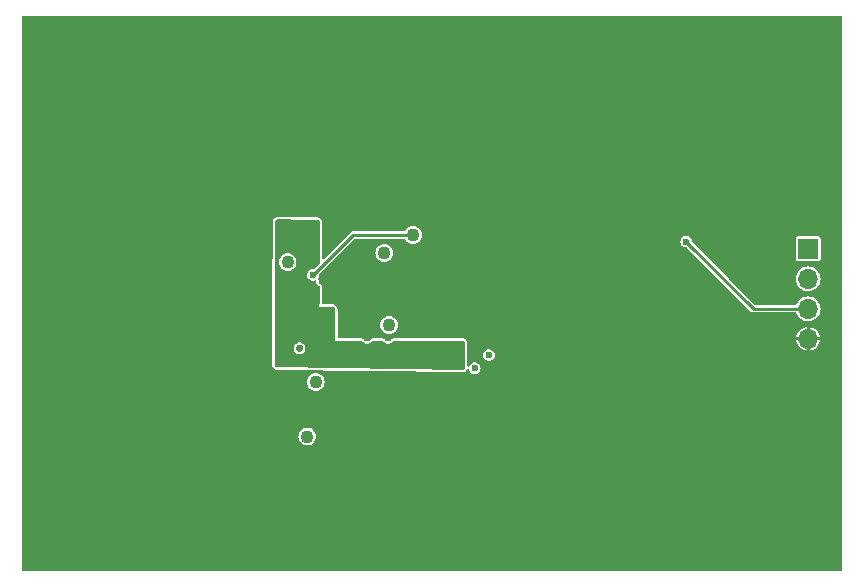
<source format=gbr>
%TF.GenerationSoftware,KiCad,Pcbnew,8.0.4*%
%TF.CreationDate,2024-08-14T23:05:24-07:00*%
%TF.ProjectId,SleepyWoof,536c6565-7079-4576-9f6f-662e6b696361,rev?*%
%TF.SameCoordinates,Original*%
%TF.FileFunction,Copper,L2,Bot*%
%TF.FilePolarity,Positive*%
%FSLAX46Y46*%
G04 Gerber Fmt 4.6, Leading zero omitted, Abs format (unit mm)*
G04 Created by KiCad (PCBNEW 8.0.4) date 2024-08-14 23:05:24*
%MOMM*%
%LPD*%
G01*
G04 APERTURE LIST*
%TA.AperFunction,TestPad*%
%ADD10C,1.100000*%
%TD*%
%TA.AperFunction,ComponentPad*%
%ADD11R,1.700000X1.700000*%
%TD*%
%TA.AperFunction,ComponentPad*%
%ADD12O,1.700000X1.700000*%
%TD*%
%TA.AperFunction,ViaPad*%
%ADD13C,0.600000*%
%TD*%
%TA.AperFunction,Conductor*%
%ADD14C,0.228600*%
%TD*%
G04 APERTURE END LIST*
D10*
%TO.P,TP5,1,1*%
%TO.N,Net-(U1D-+)*%
X168405000Y-99135000D03*
%TD*%
%TO.P,TP6,1,1*%
%TO.N,WDT_OUT*%
X179017500Y-96835000D03*
%TD*%
D11*
%TO.P,J1,1,Pin_1*%
%TO.N,VBATT*%
X212480000Y-98000000D03*
D12*
%TO.P,J1,2,Pin_2*%
%TO.N,PET_WDT*%
X212480000Y-100540000D03*
%TO.P,J1,3,Pin_3*%
%TO.N,WDT_OUT*%
X212480000Y-103080000D03*
%TO.P,J1,4,Pin_4*%
%TO.N,GND*%
X212480000Y-105620000D03*
%TD*%
D10*
%TO.P,TP3,1,1*%
%TO.N,Net-(U1B-+)*%
X177005000Y-104460000D03*
%TD*%
%TO.P,TP2,1,1*%
%TO.N,PET_WDT*%
X170080000Y-113897500D03*
%TD*%
%TO.P,TP4,1,1*%
%TO.N,Net-(U1C--)*%
X176605000Y-98360000D03*
%TD*%
%TO.P,TP1,1,1*%
%TO.N,/WDT-VIN*%
X170780000Y-109280000D03*
%TD*%
D13*
%TO.N,GND*%
X171450000Y-94742000D03*
X176920000Y-105544000D03*
X174498000Y-115443000D03*
X172950000Y-101690000D03*
X179324000Y-115443000D03*
X163840000Y-104810000D03*
X184150000Y-115443000D03*
X163800000Y-102980000D03*
X173872000Y-101480000D03*
X163780000Y-101220000D03*
X179578000Y-99695000D03*
X171332000Y-100718000D03*
X165887400Y-112369600D03*
X163730000Y-99480000D03*
X172033727Y-100334998D03*
X169418000Y-106426000D03*
X173786800Y-103454200D03*
X175142000Y-105544000D03*
X181102000Y-99695000D03*
X165785800Y-113842800D03*
X178308000Y-102743000D03*
X169554000Y-109608000D03*
%TO.N,/WDT-VIN*%
X185450000Y-107000000D03*
X170498733Y-106234733D03*
X178860000Y-107100000D03*
X170670000Y-96285000D03*
X184240000Y-108130000D03*
X168410000Y-103250000D03*
X177540000Y-107710000D03*
X171678647Y-103638127D03*
%TO.N,WDT_OUT*%
X170570000Y-100210000D03*
X202170000Y-97390000D03*
%TD*%
D14*
%TO.N,WDT_OUT*%
X170570000Y-100210000D02*
X173945000Y-96835000D01*
X173945000Y-96835000D02*
X179017500Y-96835000D01*
X202170000Y-97390000D02*
X207860000Y-103080000D01*
X207860000Y-103080000D02*
X212480000Y-103080000D01*
%TD*%
%TA.AperFunction,Conductor*%
%TO.N,GND*%
G36*
X169470791Y-106134046D02*
G01*
X169531432Y-106151851D01*
X169550895Y-106160739D01*
X169604076Y-106194916D01*
X169620249Y-106208931D01*
X169661640Y-106256699D01*
X169673212Y-106274705D01*
X169699469Y-106332200D01*
X169705500Y-106352737D01*
X169714495Y-106415297D01*
X169714495Y-106436701D01*
X169705500Y-106499263D01*
X169699469Y-106519800D01*
X169673213Y-106577293D01*
X169661641Y-106595300D01*
X169620251Y-106643065D01*
X169604076Y-106657081D01*
X169550900Y-106691256D01*
X169531430Y-106700148D01*
X169501109Y-106709051D01*
X169470786Y-106717954D01*
X169449602Y-106721000D01*
X169386397Y-106721000D01*
X169365211Y-106717954D01*
X169304569Y-106700148D01*
X169285098Y-106691256D01*
X169231923Y-106657082D01*
X169215748Y-106643066D01*
X169174359Y-106595301D01*
X169162787Y-106577295D01*
X169150586Y-106550580D01*
X169136527Y-106519796D01*
X169130497Y-106499259D01*
X169124493Y-106457500D01*
X169121503Y-106436700D01*
X169121503Y-106415306D01*
X169130500Y-106352730D01*
X169136530Y-106332198D01*
X169162788Y-106274700D01*
X169174357Y-106256699D01*
X169215751Y-106208928D01*
X169231920Y-106194917D01*
X169285101Y-106160739D01*
X169304569Y-106151849D01*
X169327076Y-106145241D01*
X169365209Y-106134046D01*
X169386393Y-106131000D01*
X169449606Y-106131000D01*
X169470791Y-106134046D01*
G37*
%TD.AperFunction*%
%TA.AperFunction,Conductor*%
G36*
X215362638Y-78278093D02*
G01*
X215388358Y-78322642D01*
X215389500Y-78335700D01*
X215389500Y-125184300D01*
X215371907Y-125232638D01*
X215327358Y-125258358D01*
X215314300Y-125259500D01*
X145991700Y-125259500D01*
X145943362Y-125241907D01*
X145917642Y-125197358D01*
X145916500Y-125184300D01*
X145916500Y-113897499D01*
X169324751Y-113897499D01*
X169324751Y-113897500D01*
X169343686Y-114065556D01*
X169343688Y-114065564D01*
X169396067Y-114215253D01*
X169399544Y-114225190D01*
X169469293Y-114336195D01*
X169489524Y-114368392D01*
X169609107Y-114487975D01*
X169609109Y-114487976D01*
X169609110Y-114487977D01*
X169752310Y-114577956D01*
X169911941Y-114633813D01*
X170023980Y-114646437D01*
X170079999Y-114652749D01*
X170080000Y-114652749D01*
X170080001Y-114652749D01*
X170122014Y-114648015D01*
X170248059Y-114633813D01*
X170407690Y-114577956D01*
X170550890Y-114487977D01*
X170670477Y-114368390D01*
X170760456Y-114225190D01*
X170816313Y-114065559D01*
X170835249Y-113897500D01*
X170816313Y-113729441D01*
X170760456Y-113569810D01*
X170670477Y-113426610D01*
X170670476Y-113426609D01*
X170670475Y-113426607D01*
X170550892Y-113307024D01*
X170518695Y-113286793D01*
X170407690Y-113217044D01*
X170397753Y-113213567D01*
X170248064Y-113161188D01*
X170248056Y-113161186D01*
X170080001Y-113142251D01*
X170079999Y-113142251D01*
X169911943Y-113161186D01*
X169911935Y-113161188D01*
X169752312Y-113217043D01*
X169609107Y-113307024D01*
X169489524Y-113426607D01*
X169399543Y-113569812D01*
X169343688Y-113729435D01*
X169343686Y-113729443D01*
X169324751Y-113897499D01*
X145916500Y-113897499D01*
X145916500Y-109279999D01*
X170024751Y-109279999D01*
X170024751Y-109280000D01*
X170043686Y-109448056D01*
X170043688Y-109448064D01*
X170096067Y-109597753D01*
X170099544Y-109607690D01*
X170169293Y-109718695D01*
X170189524Y-109750892D01*
X170309107Y-109870475D01*
X170309109Y-109870476D01*
X170309110Y-109870477D01*
X170452310Y-109960456D01*
X170611941Y-110016313D01*
X170723980Y-110028937D01*
X170779999Y-110035249D01*
X170780000Y-110035249D01*
X170780001Y-110035249D01*
X170822014Y-110030515D01*
X170948059Y-110016313D01*
X171107690Y-109960456D01*
X171250890Y-109870477D01*
X171370477Y-109750890D01*
X171460456Y-109607690D01*
X171516313Y-109448059D01*
X171535249Y-109280000D01*
X171516313Y-109111941D01*
X171460456Y-108952310D01*
X171370477Y-108809110D01*
X171370476Y-108809109D01*
X171370475Y-108809107D01*
X171250892Y-108689524D01*
X171218695Y-108669293D01*
X171107690Y-108599544D01*
X171097753Y-108596067D01*
X170948064Y-108543688D01*
X170948056Y-108543686D01*
X170780001Y-108524751D01*
X170779999Y-108524751D01*
X170611943Y-108543686D01*
X170611935Y-108543688D01*
X170452312Y-108599543D01*
X170309107Y-108689524D01*
X170189524Y-108809107D01*
X170099543Y-108952312D01*
X170043688Y-109111935D01*
X170043686Y-109111943D01*
X170024751Y-109279999D01*
X145916500Y-109279999D01*
X145916500Y-107832792D01*
X167095325Y-107832792D01*
X167096959Y-107859498D01*
X167096959Y-107859502D01*
X167099000Y-107875581D01*
X167099003Y-107875600D01*
X167104073Y-107901783D01*
X167104077Y-107901801D01*
X167104079Y-107901809D01*
X167123882Y-107977374D01*
X167143984Y-108026778D01*
X167159873Y-108054750D01*
X167192015Y-108097319D01*
X167224144Y-108130000D01*
X167240848Y-108146991D01*
X167258278Y-108160623D01*
X167282863Y-108179852D01*
X167310562Y-108196216D01*
X167340160Y-108208851D01*
X167359619Y-108217158D01*
X167359620Y-108217158D01*
X167359622Y-108217159D01*
X167434840Y-108238244D01*
X167460981Y-108243768D01*
X167461003Y-108243771D01*
X167461013Y-108243773D01*
X167477014Y-108246080D01*
X167477025Y-108246081D01*
X167477037Y-108246083D01*
X167503688Y-108248169D01*
X183218436Y-108452763D01*
X183238773Y-108452020D01*
X183251084Y-108450958D01*
X183271224Y-108448211D01*
X183330147Y-108437184D01*
X183369148Y-108425799D01*
X183384831Y-108419479D01*
X183391944Y-108416614D01*
X183391948Y-108416611D01*
X183391958Y-108416608D01*
X183427957Y-108397773D01*
X183472768Y-108368346D01*
X183504350Y-108342804D01*
X183521848Y-108325527D01*
X183547798Y-108294260D01*
X183577790Y-108249823D01*
X183597081Y-108214058D01*
X183603151Y-108199523D01*
X183638012Y-108161700D01*
X183689031Y-108155134D01*
X183732335Y-108182899D01*
X183746977Y-108217802D01*
X183754835Y-108272459D01*
X183814622Y-108403372D01*
X183814624Y-108403375D01*
X183857418Y-108452762D01*
X183908872Y-108512143D01*
X184029947Y-108589953D01*
X184168039Y-108630500D01*
X184168042Y-108630500D01*
X184311958Y-108630500D01*
X184311961Y-108630500D01*
X184450053Y-108589953D01*
X184571128Y-108512143D01*
X184665377Y-108403373D01*
X184725165Y-108272457D01*
X184745647Y-108130000D01*
X184725165Y-107987543D01*
X184717768Y-107971347D01*
X184665377Y-107856627D01*
X184665375Y-107856624D01*
X184571127Y-107747856D01*
X184571125Y-107747855D01*
X184450051Y-107670046D01*
X184450052Y-107670046D01*
X184311963Y-107629500D01*
X184311961Y-107629500D01*
X184168039Y-107629500D01*
X184168036Y-107629500D01*
X184029948Y-107670046D01*
X183908874Y-107747855D01*
X183908872Y-107747856D01*
X183814624Y-107856624D01*
X183814622Y-107856627D01*
X183778973Y-107934687D01*
X183742889Y-107971347D01*
X183691682Y-107976237D01*
X183649312Y-107947067D01*
X183635369Y-107903476D01*
X183635032Y-107000000D01*
X184944353Y-107000000D01*
X184964835Y-107142459D01*
X185024622Y-107273372D01*
X185024624Y-107273375D01*
X185118872Y-107382143D01*
X185239947Y-107459953D01*
X185378039Y-107500500D01*
X185378042Y-107500500D01*
X185521958Y-107500500D01*
X185521961Y-107500500D01*
X185660053Y-107459953D01*
X185781128Y-107382143D01*
X185875377Y-107273373D01*
X185935165Y-107142457D01*
X185955647Y-107000000D01*
X185935165Y-106857543D01*
X185875377Y-106726627D01*
X185875375Y-106726624D01*
X185781127Y-106617856D01*
X185781125Y-106617855D01*
X185746030Y-106595301D01*
X185660053Y-106540047D01*
X185660052Y-106540046D01*
X185521963Y-106499500D01*
X185521961Y-106499500D01*
X185378039Y-106499500D01*
X185378036Y-106499500D01*
X185239948Y-106540046D01*
X185118874Y-106617855D01*
X185118872Y-106617856D01*
X185024624Y-106726624D01*
X185024622Y-106726627D01*
X184964835Y-106857540D01*
X184944353Y-107000000D01*
X183635032Y-107000000D01*
X183634652Y-105983958D01*
X183633655Y-105963820D01*
X183632450Y-105951630D01*
X183629486Y-105931690D01*
X183617873Y-105873404D01*
X183606500Y-105835954D01*
X183606172Y-105834873D01*
X183596834Y-105812347D01*
X183596828Y-105812333D01*
X183577849Y-105776845D01*
X183577844Y-105776838D01*
X183577842Y-105776834D01*
X183548299Y-105732640D01*
X183531576Y-105712271D01*
X183522749Y-105701519D01*
X183522745Y-105701515D01*
X183522741Y-105701510D01*
X183505502Y-105684277D01*
X183498368Y-105678424D01*
X183480403Y-105663684D01*
X183474375Y-105658738D01*
X183430172Y-105629207D01*
X183430169Y-105629205D01*
X183430161Y-105629200D01*
X183394665Y-105610229D01*
X183394647Y-105610220D01*
X183372140Y-105600897D01*
X183333590Y-105589203D01*
X183333581Y-105589200D01*
X183275300Y-105577607D01*
X183275273Y-105577602D01*
X183255362Y-105574648D01*
X183255354Y-105574647D01*
X183255346Y-105574646D01*
X183249154Y-105574035D01*
X183243162Y-105573445D01*
X183243142Y-105573444D01*
X183223062Y-105572456D01*
X183223022Y-105572455D01*
X177840924Y-105572057D01*
X177403762Y-105572024D01*
X177403761Y-105572024D01*
X177403757Y-105572024D01*
X177383470Y-105573839D01*
X177367237Y-105575292D01*
X177367229Y-105575293D01*
X177345396Y-105579234D01*
X177320951Y-105585210D01*
X177320949Y-105585211D01*
X177241839Y-105631081D01*
X177241826Y-105631090D01*
X177205822Y-105664620D01*
X177122251Y-105761065D01*
X177106076Y-105775081D01*
X177052900Y-105809256D01*
X177033430Y-105818148D01*
X177003109Y-105827051D01*
X176972786Y-105835954D01*
X176951602Y-105839000D01*
X176888398Y-105839000D01*
X176867211Y-105835954D01*
X176863502Y-105834865D01*
X176846024Y-105829732D01*
X176806565Y-105818146D01*
X176787096Y-105809254D01*
X176733926Y-105775084D01*
X176717749Y-105761067D01*
X176664770Y-105699926D01*
X176664766Y-105699922D01*
X176663847Y-105698862D01*
X176658894Y-105692487D01*
X176649243Y-105678586D01*
X176649234Y-105678574D01*
X176649227Y-105678564D01*
X176633662Y-105658839D01*
X176559078Y-105605910D01*
X176518752Y-105589203D01*
X176514888Y-105587602D01*
X176514884Y-105587600D01*
X176436247Y-105571952D01*
X176392909Y-105571949D01*
X176392901Y-105571949D01*
X176392898Y-105571949D01*
X176392897Y-105571949D01*
X175625820Y-105571892D01*
X175625819Y-105571892D01*
X175625818Y-105571892D01*
X175625815Y-105571892D01*
X175589306Y-105575158D01*
X175567461Y-105579100D01*
X175567453Y-105579101D01*
X175567447Y-105579103D01*
X175543035Y-105585070D01*
X175463915Y-105630937D01*
X175428158Y-105664232D01*
X175344251Y-105761065D01*
X175328076Y-105775081D01*
X175274900Y-105809256D01*
X175255430Y-105818148D01*
X175225109Y-105827051D01*
X175194786Y-105835954D01*
X175173602Y-105839000D01*
X175110398Y-105839000D01*
X175089211Y-105835954D01*
X175085502Y-105834865D01*
X175068024Y-105829732D01*
X175028565Y-105818146D01*
X175009097Y-105809255D01*
X174955922Y-105775081D01*
X174939751Y-105761069D01*
X174897468Y-105712272D01*
X174897467Y-105712271D01*
X174896588Y-105711256D01*
X174888142Y-105701510D01*
X174885983Y-105699018D01*
X174881045Y-105692661D01*
X174871169Y-105678436D01*
X174871160Y-105678424D01*
X174855603Y-105658709D01*
X174781020Y-105605780D01*
X174781013Y-105605776D01*
X174736829Y-105587471D01*
X174736825Y-105587469D01*
X174658183Y-105571820D01*
X174658184Y-105571820D01*
X172710694Y-105571676D01*
X172662358Y-105554079D01*
X172636641Y-105509529D01*
X172635500Y-105496476D01*
X172635500Y-105494999D01*
X211485061Y-105494999D01*
X211485061Y-105495000D01*
X211995856Y-105495000D01*
X211980000Y-105554174D01*
X211980000Y-105685826D01*
X211995856Y-105745000D01*
X211485061Y-105745000D01*
X211492103Y-105816501D01*
X211492103Y-105816503D01*
X211549419Y-106005451D01*
X211549424Y-106005463D01*
X211642499Y-106179593D01*
X211642503Y-106179599D01*
X211767766Y-106332233D01*
X211920400Y-106457496D01*
X211920406Y-106457500D01*
X212094536Y-106550575D01*
X212094548Y-106550580D01*
X212283497Y-106607896D01*
X212355000Y-106614938D01*
X212355000Y-106104144D01*
X212414174Y-106120000D01*
X212545826Y-106120000D01*
X212605000Y-106104144D01*
X212605000Y-106614937D01*
X212676502Y-106607896D01*
X212865451Y-106550580D01*
X212865463Y-106550575D01*
X213039593Y-106457500D01*
X213039599Y-106457496D01*
X213192233Y-106332233D01*
X213317496Y-106179599D01*
X213317500Y-106179593D01*
X213410575Y-106005463D01*
X213410580Y-106005451D01*
X213467896Y-105816503D01*
X213467896Y-105816501D01*
X213474938Y-105745000D01*
X212964144Y-105745000D01*
X212980000Y-105685826D01*
X212980000Y-105554174D01*
X212964144Y-105495000D01*
X213474939Y-105495000D01*
X213474938Y-105494999D01*
X213467896Y-105423498D01*
X213467896Y-105423496D01*
X213410580Y-105234548D01*
X213410575Y-105234536D01*
X213317500Y-105060406D01*
X213317496Y-105060400D01*
X213192233Y-104907766D01*
X213039599Y-104782503D01*
X213039593Y-104782499D01*
X212865463Y-104689424D01*
X212865451Y-104689419D01*
X212676502Y-104632103D01*
X212605000Y-104625061D01*
X212605000Y-105135855D01*
X212545826Y-105120000D01*
X212414174Y-105120000D01*
X212355000Y-105135855D01*
X212355000Y-104625061D01*
X212354999Y-104625061D01*
X212283498Y-104632103D01*
X212283496Y-104632103D01*
X212094548Y-104689419D01*
X212094536Y-104689424D01*
X211920406Y-104782499D01*
X211920400Y-104782503D01*
X211767766Y-104907766D01*
X211642503Y-105060400D01*
X211642499Y-105060406D01*
X211549424Y-105234536D01*
X211549419Y-105234548D01*
X211492103Y-105423496D01*
X211492103Y-105423498D01*
X211485061Y-105494999D01*
X172635500Y-105494999D01*
X172635500Y-104459999D01*
X176249751Y-104459999D01*
X176249751Y-104460000D01*
X176268686Y-104628056D01*
X176268688Y-104628064D01*
X176290159Y-104689424D01*
X176324544Y-104787690D01*
X176394293Y-104898695D01*
X176414524Y-104930892D01*
X176534107Y-105050475D01*
X176534109Y-105050476D01*
X176534110Y-105050477D01*
X176677310Y-105140456D01*
X176836941Y-105196313D01*
X176948980Y-105208937D01*
X177004999Y-105215249D01*
X177005000Y-105215249D01*
X177005001Y-105215249D01*
X177047014Y-105210515D01*
X177173059Y-105196313D01*
X177332690Y-105140456D01*
X177475890Y-105050477D01*
X177595477Y-104930890D01*
X177685456Y-104787690D01*
X177741313Y-104628059D01*
X177760249Y-104460000D01*
X177741313Y-104291941D01*
X177685456Y-104132310D01*
X177595477Y-103989110D01*
X177595476Y-103989109D01*
X177595475Y-103989107D01*
X177475892Y-103869524D01*
X177407276Y-103826410D01*
X177332690Y-103779544D01*
X177322753Y-103776067D01*
X177173064Y-103723688D01*
X177173056Y-103723686D01*
X177005001Y-103704751D01*
X177004999Y-103704751D01*
X176836943Y-103723686D01*
X176836935Y-103723688D01*
X176677312Y-103779543D01*
X176534107Y-103869524D01*
X176414524Y-103989107D01*
X176324543Y-104132312D01*
X176268688Y-104291935D01*
X176268686Y-104291943D01*
X176249751Y-104459999D01*
X172635500Y-104459999D01*
X172635500Y-103125139D01*
X172635289Y-103121901D01*
X172633776Y-103098575D01*
X172631687Y-103082551D01*
X172626542Y-103056431D01*
X172606589Y-102981206D01*
X172586440Y-102932038D01*
X172570556Y-102904204D01*
X172570555Y-102904202D01*
X172547730Y-102874066D01*
X172538480Y-102861852D01*
X172538476Y-102861848D01*
X172538472Y-102861843D01*
X172489785Y-102812413D01*
X172489775Y-102812404D01*
X172447917Y-102779694D01*
X172447915Y-102779692D01*
X172420332Y-102763394D01*
X172420324Y-102763390D01*
X172371485Y-102742506D01*
X172371468Y-102742500D01*
X172296564Y-102721413D01*
X172296530Y-102721405D01*
X172270548Y-102715878D01*
X172270515Y-102715872D01*
X172254564Y-102713545D01*
X172254543Y-102713543D01*
X172228021Y-102711416D01*
X172227986Y-102711415D01*
X171391069Y-102698735D01*
X171343003Y-102680412D01*
X171317961Y-102635479D01*
X171317009Y-102623135D01*
X171317678Y-102500189D01*
X171324690Y-101211775D01*
X171323575Y-101189248D01*
X171322149Y-101175631D01*
X171322148Y-101175620D01*
X171320702Y-101164664D01*
X171286564Y-101079818D01*
X171259282Y-101040527D01*
X171201586Y-100984855D01*
X171145919Y-100949079D01*
X171129751Y-100935069D01*
X171088356Y-100887298D01*
X171076787Y-100869295D01*
X171050528Y-100811797D01*
X171044497Y-100791258D01*
X171037981Y-100745934D01*
X171031522Y-100701005D01*
X171028915Y-100686554D01*
X171027019Y-100677841D01*
X171026330Y-100674789D01*
X170986230Y-100592592D01*
X170984468Y-100590405D01*
X170984035Y-100589137D01*
X170983964Y-100589026D01*
X170983990Y-100589008D01*
X170967837Y-100541728D01*
X170986190Y-100493975D01*
X170995377Y-100483373D01*
X171055165Y-100352457D01*
X171075647Y-100210000D01*
X171073404Y-100194406D01*
X171083936Y-100144060D01*
X171094660Y-100130533D01*
X172865195Y-98359999D01*
X175849751Y-98359999D01*
X175849751Y-98360000D01*
X175868686Y-98528056D01*
X175868688Y-98528064D01*
X175921067Y-98677753D01*
X175924544Y-98687690D01*
X175994293Y-98798695D01*
X176014524Y-98830892D01*
X176134107Y-98950475D01*
X176134109Y-98950476D01*
X176134110Y-98950477D01*
X176277310Y-99040456D01*
X176436941Y-99096313D01*
X176548980Y-99108937D01*
X176604999Y-99115249D01*
X176605000Y-99115249D01*
X176605001Y-99115249D01*
X176647014Y-99110515D01*
X176773059Y-99096313D01*
X176932690Y-99040456D01*
X177075890Y-98950477D01*
X177195477Y-98830890D01*
X177285456Y-98687690D01*
X177341313Y-98528059D01*
X177360249Y-98360000D01*
X177341313Y-98191941D01*
X177285456Y-98032310D01*
X177195477Y-97889110D01*
X177195476Y-97889109D01*
X177195475Y-97889107D01*
X177075892Y-97769524D01*
X177043695Y-97749293D01*
X176932690Y-97679544D01*
X176922753Y-97676067D01*
X176773064Y-97623688D01*
X176773056Y-97623686D01*
X176605001Y-97604751D01*
X176604999Y-97604751D01*
X176436943Y-97623686D01*
X176436935Y-97623688D01*
X176277312Y-97679543D01*
X176134107Y-97769524D01*
X176014524Y-97889107D01*
X175924543Y-98032312D01*
X175868688Y-98191935D01*
X175868686Y-98191943D01*
X175849751Y-98359999D01*
X172865195Y-98359999D01*
X174053369Y-97171826D01*
X174099989Y-97150086D01*
X174106543Y-97149800D01*
X178287383Y-97149800D01*
X178335721Y-97167393D01*
X178351057Y-97184991D01*
X178427024Y-97305892D01*
X178546607Y-97425475D01*
X178546609Y-97425476D01*
X178546610Y-97425477D01*
X178689810Y-97515456D01*
X178849441Y-97571313D01*
X178961480Y-97583937D01*
X179017499Y-97590249D01*
X179017500Y-97590249D01*
X179017501Y-97590249D01*
X179059514Y-97585515D01*
X179185559Y-97571313D01*
X179345190Y-97515456D01*
X179488390Y-97425477D01*
X179523867Y-97390000D01*
X201664353Y-97390000D01*
X201684835Y-97532459D01*
X201744622Y-97663372D01*
X201744624Y-97663375D01*
X201758634Y-97679543D01*
X201838872Y-97772143D01*
X201959947Y-97849953D01*
X202098039Y-97890500D01*
X202194157Y-97890500D01*
X202242495Y-97908093D01*
X202247331Y-97912526D01*
X207666707Y-103331902D01*
X207738481Y-103373342D01*
X207738485Y-103373344D01*
X207738491Y-103373347D01*
X207755407Y-103377879D01*
X207755409Y-103377880D01*
X207755410Y-103377880D01*
X207818556Y-103394800D01*
X211421951Y-103394800D01*
X211470289Y-103412393D01*
X211493913Y-103448171D01*
X211504767Y-103483954D01*
X211504768Y-103483955D01*
X211602312Y-103666445D01*
X211602315Y-103666450D01*
X211733590Y-103826410D01*
X211893550Y-103957685D01*
X212076046Y-104055232D01*
X212076050Y-104055233D01*
X212076052Y-104055234D01*
X212149778Y-104077598D01*
X212274066Y-104115300D01*
X212480000Y-104135583D01*
X212685934Y-104115300D01*
X212883954Y-104055232D01*
X213066450Y-103957685D01*
X213226410Y-103826410D01*
X213357685Y-103666450D01*
X213455232Y-103483954D01*
X213515300Y-103285934D01*
X213535583Y-103080000D01*
X213515300Y-102874066D01*
X213468994Y-102721413D01*
X213455234Y-102676052D01*
X213455229Y-102676040D01*
X213357687Y-102493554D01*
X213357684Y-102493549D01*
X213226410Y-102333590D01*
X213066450Y-102202315D01*
X213066445Y-102202312D01*
X212883959Y-102104770D01*
X212883947Y-102104765D01*
X212685932Y-102044699D01*
X212480000Y-102024417D01*
X212274067Y-102044699D01*
X212076052Y-102104765D01*
X212076040Y-102104770D01*
X211893554Y-102202312D01*
X211893549Y-102202315D01*
X211733590Y-102333590D01*
X211602315Y-102493549D01*
X211602312Y-102493554D01*
X211504768Y-102676044D01*
X211504767Y-102676045D01*
X211493913Y-102711829D01*
X211463045Y-102752979D01*
X211421951Y-102765200D01*
X208021542Y-102765200D01*
X207973204Y-102747607D01*
X207968368Y-102743174D01*
X205765194Y-100540000D01*
X211424417Y-100540000D01*
X211444699Y-100745932D01*
X211504765Y-100943947D01*
X211504770Y-100943959D01*
X211577389Y-101079818D01*
X211602315Y-101126450D01*
X211733590Y-101286410D01*
X211893550Y-101417685D01*
X212076046Y-101515232D01*
X212076050Y-101515233D01*
X212076052Y-101515234D01*
X212149778Y-101537598D01*
X212274066Y-101575300D01*
X212480000Y-101595583D01*
X212685934Y-101575300D01*
X212883954Y-101515232D01*
X213066450Y-101417685D01*
X213226410Y-101286410D01*
X213357685Y-101126450D01*
X213455232Y-100943954D01*
X213515300Y-100745934D01*
X213535583Y-100540000D01*
X213515300Y-100334066D01*
X213455232Y-100136046D01*
X213357685Y-99953550D01*
X213226410Y-99793590D01*
X213066450Y-99662315D01*
X213066445Y-99662312D01*
X212883959Y-99564770D01*
X212883947Y-99564765D01*
X212685932Y-99504699D01*
X212480000Y-99484417D01*
X212274067Y-99504699D01*
X212076052Y-99564765D01*
X212076040Y-99564770D01*
X211893554Y-99662312D01*
X211893549Y-99662315D01*
X211733590Y-99793590D01*
X211602315Y-99953549D01*
X211602312Y-99953554D01*
X211504770Y-100136040D01*
X211504765Y-100136052D01*
X211444699Y-100334067D01*
X211424417Y-100540000D01*
X205765194Y-100540000D01*
X202694664Y-97469470D01*
X202672924Y-97422850D01*
X202673403Y-97405601D01*
X202675647Y-97390000D01*
X202655165Y-97247543D01*
X202601599Y-97130251D01*
X211429500Y-97130251D01*
X211429500Y-98869748D01*
X211441132Y-98928229D01*
X211441133Y-98928231D01*
X211485448Y-98994552D01*
X211551769Y-99038867D01*
X211581010Y-99044683D01*
X211610251Y-99050500D01*
X211610252Y-99050500D01*
X213349749Y-99050500D01*
X213369242Y-99046622D01*
X213408231Y-99038867D01*
X213474552Y-98994552D01*
X213518867Y-98928231D01*
X213530500Y-98869748D01*
X213530500Y-97130252D01*
X213518867Y-97071769D01*
X213474552Y-97005448D01*
X213408231Y-96961133D01*
X213408229Y-96961132D01*
X213349749Y-96949500D01*
X213349748Y-96949500D01*
X211610252Y-96949500D01*
X211610251Y-96949500D01*
X211551770Y-96961132D01*
X211551768Y-96961133D01*
X211485448Y-97005448D01*
X211441133Y-97071768D01*
X211441132Y-97071770D01*
X211429500Y-97130251D01*
X202601599Y-97130251D01*
X202595377Y-97116627D01*
X202595375Y-97116624D01*
X202501127Y-97007856D01*
X202501125Y-97007855D01*
X202428422Y-96961132D01*
X202380053Y-96930047D01*
X202380052Y-96930046D01*
X202241963Y-96889500D01*
X202241961Y-96889500D01*
X202098039Y-96889500D01*
X202098036Y-96889500D01*
X201959948Y-96930046D01*
X201838874Y-97007855D01*
X201838872Y-97007856D01*
X201744624Y-97116624D01*
X201744622Y-97116627D01*
X201684835Y-97247540D01*
X201664353Y-97390000D01*
X179523867Y-97390000D01*
X179607977Y-97305890D01*
X179697956Y-97162690D01*
X179753813Y-97003059D01*
X179772749Y-96835000D01*
X179753813Y-96666941D01*
X179697956Y-96507310D01*
X179607977Y-96364110D01*
X179607976Y-96364109D01*
X179607975Y-96364107D01*
X179488392Y-96244524D01*
X179456195Y-96224293D01*
X179345190Y-96154544D01*
X179335253Y-96151067D01*
X179185564Y-96098688D01*
X179185556Y-96098686D01*
X179017501Y-96079751D01*
X179017499Y-96079751D01*
X178849443Y-96098686D01*
X178849435Y-96098688D01*
X178689812Y-96154543D01*
X178546607Y-96244524D01*
X178427024Y-96364107D01*
X178351057Y-96485009D01*
X178310443Y-96516577D01*
X178287383Y-96520200D01*
X173903556Y-96520200D01*
X173834461Y-96538714D01*
X173834460Y-96538713D01*
X173823497Y-96541651D01*
X173823485Y-96541656D01*
X173751709Y-96583096D01*
X173751703Y-96583100D01*
X171466104Y-98868699D01*
X171419484Y-98890439D01*
X171369797Y-98877125D01*
X171340292Y-98834988D01*
X171337731Y-98815121D01*
X171354366Y-95758840D01*
X171352759Y-95732051D01*
X171350724Y-95715888D01*
X171345639Y-95689533D01*
X171325782Y-95613654D01*
X171305584Y-95564044D01*
X171289608Y-95535969D01*
X171276532Y-95518698D01*
X171257278Y-95493267D01*
X171208163Y-95443492D01*
X171165890Y-95410590D01*
X171138035Y-95394245D01*
X171138030Y-95394242D01*
X171088696Y-95373384D01*
X171067838Y-95367627D01*
X171037150Y-95359157D01*
X171037150Y-95359156D01*
X171037142Y-95359154D01*
X171013118Y-95352524D01*
X171013088Y-95352516D01*
X171013082Y-95352515D01*
X171013076Y-95352513D01*
X171013073Y-95352513D01*
X170986785Y-95347077D01*
X170970693Y-95344833D01*
X170970664Y-95344830D01*
X170970662Y-95344830D01*
X170970656Y-95344829D01*
X170970650Y-95344829D01*
X170943904Y-95342866D01*
X169849505Y-95334226D01*
X167558561Y-95316139D01*
X167558560Y-95316139D01*
X167558557Y-95316139D01*
X167538366Y-95316973D01*
X167530227Y-95317712D01*
X167526144Y-95318083D01*
X167526138Y-95318083D01*
X167526125Y-95318085D01*
X167526102Y-95318087D01*
X167506150Y-95320895D01*
X167506126Y-95320899D01*
X167506123Y-95320900D01*
X167485264Y-95324888D01*
X167447565Y-95332098D01*
X167408864Y-95343536D01*
X167408839Y-95343545D01*
X167386229Y-95352727D01*
X167386207Y-95352737D01*
X167350473Y-95371532D01*
X167350468Y-95371534D01*
X167305951Y-95400866D01*
X167305943Y-95400872D01*
X167274580Y-95426289D01*
X167274570Y-95426297D01*
X167257195Y-95443469D01*
X167257194Y-95443470D01*
X167257176Y-95443492D01*
X167231396Y-95474542D01*
X167201541Y-95518698D01*
X167182312Y-95554228D01*
X167172847Y-95576762D01*
X167160949Y-95615329D01*
X167160945Y-95615346D01*
X167149060Y-95673731D01*
X167146007Y-95693705D01*
X167144749Y-95705936D01*
X167143674Y-95726113D01*
X167143674Y-95726134D01*
X167131848Y-98687687D01*
X167130065Y-99134179D01*
X167130062Y-99134999D01*
X167100988Y-106415300D01*
X167100948Y-106425192D01*
X167100948Y-106425251D01*
X167100944Y-106426088D01*
X167095325Y-107832792D01*
X145916500Y-107832792D01*
X145916500Y-78335700D01*
X145934093Y-78287362D01*
X145978642Y-78261642D01*
X145991700Y-78260500D01*
X215314300Y-78260500D01*
X215362638Y-78278093D01*
G37*
%TD.AperFunction*%
%TD*%
%TA.AperFunction,Conductor*%
%TO.N,/WDT-VIN*%
G36*
X169847883Y-95539720D02*
G01*
X170942278Y-95548360D01*
X170958412Y-95550610D01*
X170981519Y-95556987D01*
X171034023Y-95571478D01*
X171061883Y-95587827D01*
X171111001Y-95637605D01*
X171126977Y-95665680D01*
X171146834Y-95741559D01*
X171148869Y-95757722D01*
X171130249Y-99179005D01*
X171111944Y-99222859D01*
X170643611Y-99691194D01*
X170599417Y-99709500D01*
X170498037Y-99709500D01*
X170359950Y-99750045D01*
X170238871Y-99827857D01*
X170144623Y-99936625D01*
X170144623Y-99936627D01*
X170084834Y-100067544D01*
X170064353Y-100210000D01*
X170084834Y-100352455D01*
X170084835Y-100352457D01*
X170141920Y-100477455D01*
X170144623Y-100483372D01*
X170144623Y-100483374D01*
X170238871Y-100592142D01*
X170238872Y-100592143D01*
X170359947Y-100669953D01*
X170359949Y-100669953D01*
X170359950Y-100669954D01*
X170498036Y-100710499D01*
X170498038Y-100710500D01*
X170498039Y-100710500D01*
X170641962Y-100710500D01*
X170641962Y-100710499D01*
X170748642Y-100679176D01*
X170796203Y-100684289D01*
X170826218Y-100721536D01*
X170828114Y-100730249D01*
X170846834Y-100860455D01*
X170906623Y-100991372D01*
X170906623Y-100991374D01*
X170998891Y-101097857D01*
X171000872Y-101100143D01*
X171090484Y-101157733D01*
X171117766Y-101197024D01*
X171119193Y-101210650D01*
X171112181Y-102499071D01*
X171110000Y-102900000D01*
X171308043Y-102903000D01*
X171308045Y-102903001D01*
X172224889Y-102916892D01*
X172240871Y-102919223D01*
X172315785Y-102940313D01*
X172343375Y-102956616D01*
X172392074Y-103006058D01*
X172407958Y-103033892D01*
X172427911Y-103109117D01*
X172430000Y-103125141D01*
X172430000Y-105777156D01*
X172629984Y-105777170D01*
X172629985Y-105777171D01*
X174658170Y-105777321D01*
X174702362Y-105795630D01*
X174715016Y-105813855D01*
X174716621Y-105817371D01*
X174716623Y-105817374D01*
X174742161Y-105846846D01*
X174810872Y-105926143D01*
X174931947Y-106003953D01*
X175067849Y-106043857D01*
X175070036Y-106044499D01*
X175070038Y-106044500D01*
X175070039Y-106044500D01*
X175213962Y-106044500D01*
X175213962Y-106044499D01*
X175352053Y-106003953D01*
X175473128Y-105926143D01*
X175567377Y-105817373D01*
X175568948Y-105813931D01*
X175603955Y-105781334D01*
X175625800Y-105777392D01*
X176392882Y-105777449D01*
X176436230Y-105777453D01*
X176480423Y-105795762D01*
X176493075Y-105813985D01*
X176494621Y-105817371D01*
X176494625Y-105817376D01*
X176520161Y-105846846D01*
X176588872Y-105926143D01*
X176709947Y-106003953D01*
X176845849Y-106043857D01*
X176848036Y-106044499D01*
X176848038Y-106044500D01*
X176848039Y-106044500D01*
X176991962Y-106044500D01*
X176991962Y-106044499D01*
X177130053Y-106003953D01*
X177251128Y-105926143D01*
X177345377Y-105817373D01*
X177346886Y-105814067D01*
X177381889Y-105781468D01*
X177403741Y-105777524D01*
X177840908Y-105777557D01*
X183223016Y-105777956D01*
X183235194Y-105779156D01*
X183293493Y-105790753D01*
X183316014Y-105800082D01*
X183360217Y-105829613D01*
X183377456Y-105846846D01*
X183406999Y-105891040D01*
X183416334Y-105913559D01*
X183427947Y-105971845D01*
X183429152Y-105984035D01*
X183429921Y-108041096D01*
X183428704Y-108053391D01*
X183416934Y-108112166D01*
X183407456Y-108134859D01*
X183377464Y-108179296D01*
X183359966Y-108196573D01*
X183315155Y-108226000D01*
X183292345Y-108235191D01*
X183233422Y-108246218D01*
X183221111Y-108247280D01*
X167506363Y-108042686D01*
X167490307Y-108040371D01*
X167415089Y-108019286D01*
X167387390Y-108002922D01*
X167338558Y-107953251D01*
X167322669Y-107925279D01*
X167302866Y-107849714D01*
X167300824Y-107833625D01*
X167306446Y-106426000D01*
X168912353Y-106426000D01*
X168932834Y-106568455D01*
X168992623Y-106699372D01*
X168992623Y-106699374D01*
X169086871Y-106808142D01*
X169086872Y-106808143D01*
X169207947Y-106885953D01*
X169207949Y-106885953D01*
X169207950Y-106885954D01*
X169346036Y-106926499D01*
X169346038Y-106926500D01*
X169346039Y-106926500D01*
X169489962Y-106926500D01*
X169489962Y-106926499D01*
X169628053Y-106885953D01*
X169749128Y-106808143D01*
X169843377Y-106699373D01*
X169903165Y-106568457D01*
X169923647Y-106426000D01*
X169903165Y-106283543D01*
X169843377Y-106152627D01*
X169843376Y-106152625D01*
X169749128Y-106043857D01*
X169628053Y-105966047D01*
X169628051Y-105966046D01*
X169628049Y-105966045D01*
X169489963Y-105925500D01*
X169489961Y-105925500D01*
X169346039Y-105925500D01*
X169346037Y-105925500D01*
X169207950Y-105966045D01*
X169086871Y-106043857D01*
X168992623Y-106152625D01*
X168992623Y-106152627D01*
X168932834Y-106283544D01*
X168912353Y-106426000D01*
X167306446Y-106426000D01*
X167335563Y-99135000D01*
X167649751Y-99135000D01*
X167668686Y-99303055D01*
X167668687Y-99303059D01*
X167724545Y-99462692D01*
X167724547Y-99462696D01*
X167814521Y-99605888D01*
X167934111Y-99725478D01*
X168077303Y-99815452D01*
X168077306Y-99815453D01*
X168077310Y-99815456D01*
X168236941Y-99871313D01*
X168405000Y-99890249D01*
X168573059Y-99871313D01*
X168732690Y-99815456D01*
X168875890Y-99725477D01*
X168995477Y-99605890D01*
X169085456Y-99462690D01*
X169141313Y-99303059D01*
X169160249Y-99135000D01*
X169141313Y-98966941D01*
X169085456Y-98807310D01*
X169010293Y-98687690D01*
X168995478Y-98664111D01*
X168875888Y-98544521D01*
X168732696Y-98454547D01*
X168732692Y-98454545D01*
X168732691Y-98454544D01*
X168732690Y-98454544D01*
X168573059Y-98398687D01*
X168573055Y-98398686D01*
X168405000Y-98379751D01*
X168236944Y-98398686D01*
X168236940Y-98398687D01*
X168077307Y-98454545D01*
X168077303Y-98454547D01*
X167934111Y-98544521D01*
X167814521Y-98664111D01*
X167724547Y-98807303D01*
X167724545Y-98807307D01*
X167668687Y-98966940D01*
X167668686Y-98966944D01*
X167649751Y-99135000D01*
X167335563Y-99135000D01*
X167349173Y-95726945D01*
X167350429Y-95714732D01*
X167362317Y-95656334D01*
X167371780Y-95633804D01*
X167401640Y-95589640D01*
X167419022Y-95572463D01*
X167463535Y-95543133D01*
X167486176Y-95533938D01*
X167544722Y-95522742D01*
X167556939Y-95521633D01*
X169847883Y-95539720D01*
G37*
%TD.AperFunction*%
%TD*%
M02*

</source>
